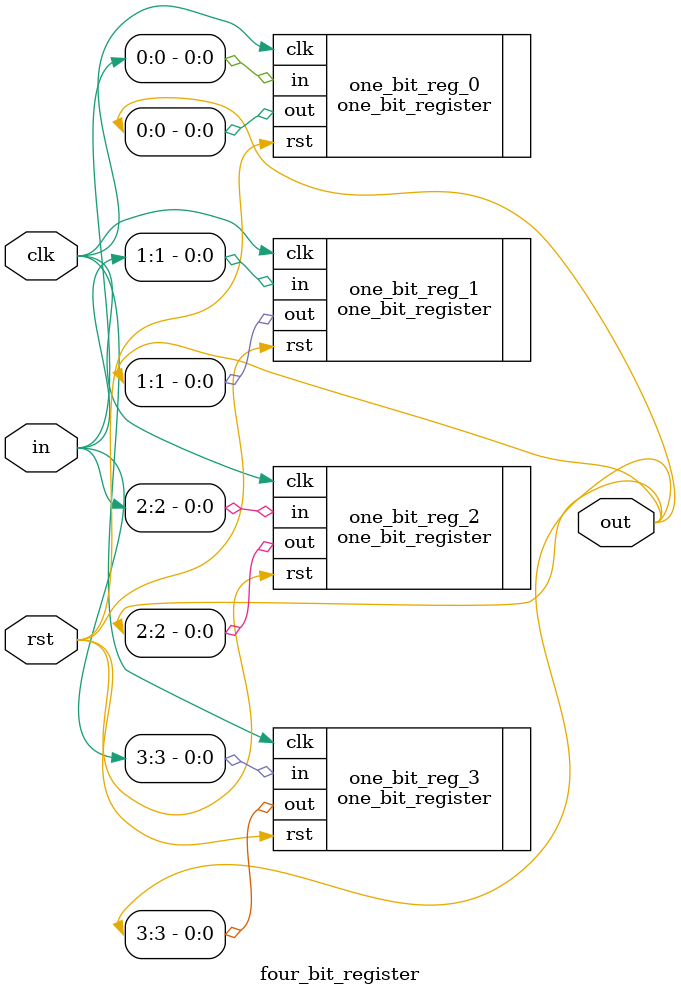
<source format=v>
`timescale 1ns / 1ps

module four_bit_register (in, clk, rst, out);

	// Input
	input [3:0] in;
	input clk, rst;
	
	// Output
	output [3:0] out;

	// Module Instantiation
	one_bit_register one_bit_reg_0 (.in(in[0]), .clk(clk), .rst(rst), .out(out[0]));
	one_bit_register one_bit_reg_1 (.in(in[1]), .clk(clk), .rst(rst), .out(out[1]));
	one_bit_register one_bit_reg_2 (.in(in[2]), .clk(clk), .rst(rst), .out(out[2]));
	one_bit_register one_bit_reg_3 (.in(in[3]), .clk(clk), .rst(rst), .out(out[3]));
	
endmodule
</source>
